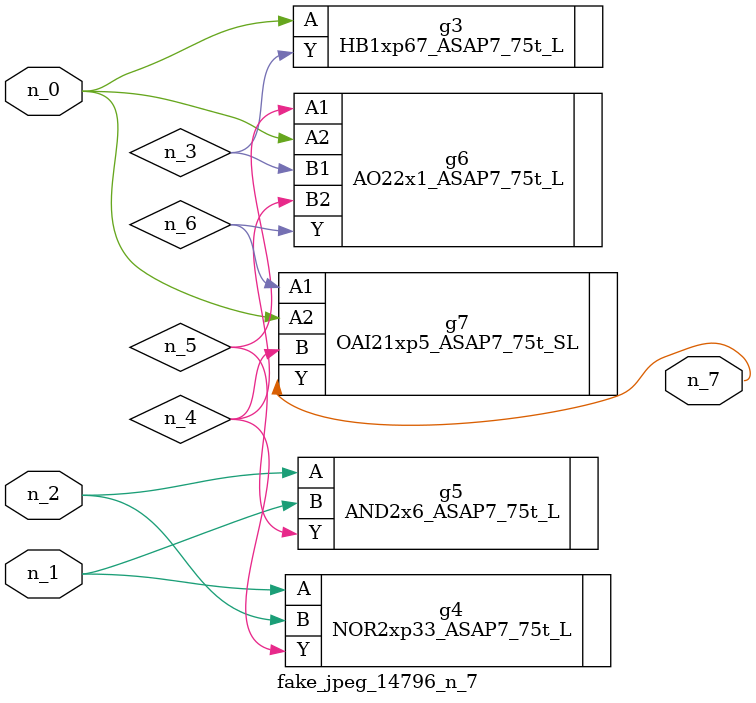
<source format=v>
module fake_jpeg_14796_n_7 (n_0, n_2, n_1, n_7);

input n_0;
input n_2;
input n_1;

output n_7;

wire n_3;
wire n_4;
wire n_6;
wire n_5;

HB1xp67_ASAP7_75t_L g3 ( 
.A(n_0),
.Y(n_3)
);

NOR2xp33_ASAP7_75t_L g4 ( 
.A(n_1),
.B(n_2),
.Y(n_4)
);

AND2x6_ASAP7_75t_L g5 ( 
.A(n_2),
.B(n_1),
.Y(n_5)
);

AO22x1_ASAP7_75t_L g6 ( 
.A1(n_5),
.A2(n_0),
.B1(n_3),
.B2(n_4),
.Y(n_6)
);

OAI21xp5_ASAP7_75t_SL g7 ( 
.A1(n_6),
.A2(n_0),
.B(n_4),
.Y(n_7)
);


endmodule
</source>
